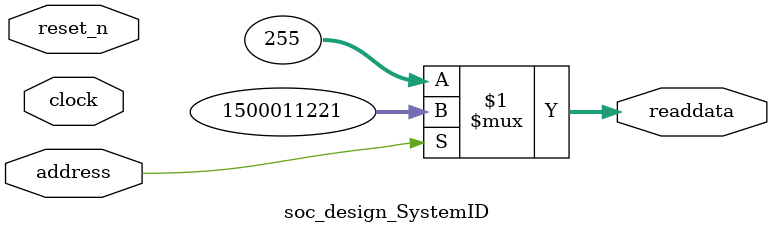
<source format=v>



// synthesis translate_off
`timescale 1ns / 1ps
// synthesis translate_on

// turn off superfluous verilog processor warnings 
// altera message_level Level1 
// altera message_off 10034 10035 10036 10037 10230 10240 10030 

module soc_design_SystemID (
               // inputs:
                address,
                clock,
                reset_n,

               // outputs:
                readdata
             )
;

  output  [ 31: 0] readdata;
  input            address;
  input            clock;
  input            reset_n;

  wire    [ 31: 0] readdata;
  //control_slave, which is an e_avalon_slave
  assign readdata = address ? 1500011221 : 255;

endmodule



</source>
